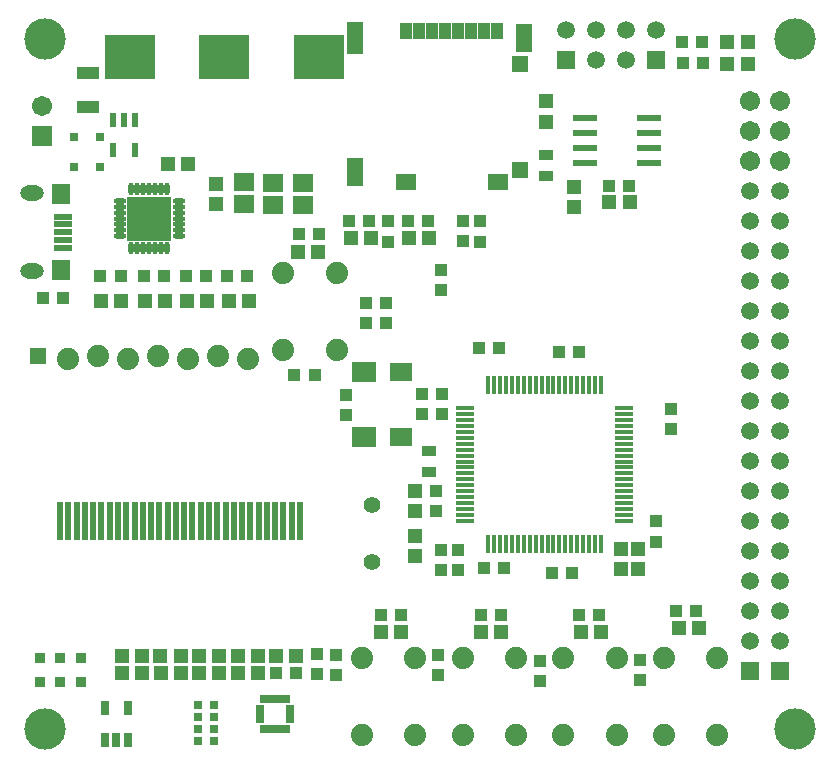
<source format=gbr>
%TF.GenerationSoftware,Novarm,DipTrace,3.2.0.1*%
%TF.CreationDate,2018-09-21T15:33:12-08:00*%
%FSLAX26Y26*%
%MOIN*%
%TF.FileFunction,Soldermask,Top*%
%TF.Part,Single*%
%AMOUTLINE0*
4,1,4,
-0.035433,0.019685,
-0.035433,-0.019685,
0.035433,-0.019685,
0.035433,0.019685,
-0.035433,0.019685,
0*%
%AMOUTLINE1*
4,1,4,
0.026163,0.026163,
0.026205,-0.026121,
-0.026121,-0.026205,
-0.026163,0.026163,
0.026163,0.026163,
0*%
%AMOUTLINE2*
4,1,4,
-0.023622,0.015748,
-0.023622,-0.015748,
0.023622,-0.015748,
0.023622,0.015748,
-0.023622,0.015748,
0*%
%AMOUTLINE3*
4,1,4,
-0.010827,-0.023622,
0.010827,-0.023622,
0.010827,0.023622,
-0.010827,0.023622,
-0.010827,-0.023622,
0*%
%ADD26R,0.03937X0.043307*%
%ADD27R,0.043307X0.03937*%
%ADD33R,0.059055X0.059055*%
%ADD34C,0.059055*%
%ADD45C,0.074*%
%ADD50R,0.062992X0.011811*%
%ADD51R,0.011811X0.062992*%
%ADD62R,0.05937X0.05937*%
%ADD63C,0.05937*%
%ADD64R,0.07874X0.023622*%
%ADD66R,0.074803X0.059055*%
%ADD70C,0.137795*%
%ADD78C,0.056*%
%ADD80R,0.082803X0.067055*%
%ADD88R,0.027685X0.019811*%
%ADD90R,0.019811X0.027685*%
%ADD92R,0.031622X0.051307*%
%ADD94R,0.023748X0.12611*%
%ADD96R,0.145795X0.145795*%
%ADD98O,0.019811X0.041465*%
%ADD100O,0.041465X0.019811*%
%ADD106R,0.037528X0.037528*%
%ADD110R,0.053669X0.057213*%
%ADD112R,0.053669X0.055244*%
%ADD114R,0.067055X0.053276*%
%ADD116R,0.053276X0.094614*%
%ADD118R,0.053276X0.106425*%
%ADD120R,0.039496X0.056819*%
%ADD122O,0.078866X0.051307*%
%ADD124R,0.063118X0.070992*%
%ADD126R,0.06115X0.023748*%
%ADD128C,0.067055*%
%ADD130R,0.067055X0.067055*%
%ADD132R,0.031622X0.031622*%
%ADD134R,0.067055X0.059181*%
%ADD136R,0.051307X0.04737*%
%ADD138R,0.04737X0.051307*%
%ADD140R,0.16548X0.149732*%
%ADD146OUTLINE0*%
%ADD147OUTLINE1*%
%ADD148OUTLINE2*%
%ADD149OUTLINE3*%
G75*
G01*
%LPD*%
D140*
X1406202Y2734324D3*
X1091242D3*
X776281D3*
D26*
X1796824Y1287450D3*
Y1220521D3*
X1749809Y1543843D3*
Y1610772D3*
X1497617Y1541625D3*
Y1608554D3*
D138*
X1728075Y1221827D3*
Y1288756D3*
D26*
X1815427Y1543843D3*
Y1610772D3*
D138*
X1728075Y1137450D3*
Y1070521D3*
D27*
X2006032Y1762570D3*
X1939103D3*
X1956365Y1031257D3*
X2023294D3*
D26*
X2531200Y1118696D3*
Y1185625D3*
D27*
X2249756Y1012649D3*
X2182827D3*
D26*
X2580971Y1493848D3*
Y1560777D3*
D134*
X1156201Y2318701D3*
Y2243898D3*
D27*
X2206011Y1750071D3*
X2272940D3*
D138*
X1062452Y2310630D3*
Y2243701D3*
D134*
X1252987Y2315448D3*
Y2240645D3*
X1352978Y2315448D3*
Y2240645D3*
D136*
X749316Y737225D3*
X816246D3*
X878080D3*
X945009D3*
X1135607D3*
X1202536D3*
X1264370D3*
X1331299D3*
D138*
X2162265Y2518740D3*
Y2585670D3*
D136*
X816625Y680526D3*
X749696D3*
D26*
X1399950Y676772D3*
Y743701D3*
D27*
X1331299Y680969D3*
X1264370D3*
D26*
X1812302Y2025042D3*
Y1958113D3*
D136*
X1135692Y681201D3*
X1202621D3*
X1007110D3*
X1074040D3*
D132*
X676013Y2468746D3*
X589399D3*
X676013Y2368756D3*
X589399D3*
D146*
X637425Y2568735D3*
Y2678971D3*
D130*
X484316Y2471870D3*
D128*
Y2571870D3*
D126*
X554235Y2201133D3*
Y2175542D3*
Y2149952D3*
Y2124361D3*
Y2098771D3*
D124*
X545377Y2275936D3*
Y2023967D3*
D122*
X448999Y2279873D3*
Y2020030D3*
D120*
X1695110Y2820899D3*
X1738418D3*
X1781725D3*
X1825032D3*
X1868339D3*
X1911646D3*
X1954953D3*
X1998260D3*
D118*
X1528181Y2796109D3*
D116*
Y2350046D3*
D114*
X1697473Y2318550D3*
X2003772D3*
D112*
X2075032Y2357132D3*
D110*
Y2711462D3*
D116*
X2090780Y2796109D3*
D147*
X468701Y1737450D3*
D45*
X568701Y1727450D3*
X668701Y1737450D3*
X768701Y1727450D3*
X868701Y1737450D3*
X968701Y1727450D3*
X1068701Y1737450D3*
X1168701Y1727450D3*
D33*
X2843701Y687450D3*
D34*
Y787450D3*
Y887450D3*
Y987450D3*
Y1087450D3*
Y1187450D3*
Y1287450D3*
Y1387450D3*
Y1487450D3*
Y1587450D3*
Y1687450D3*
Y1787450D3*
Y1887450D3*
Y1987450D3*
Y2087450D3*
Y2187450D3*
Y2287450D3*
D128*
Y2387450D3*
Y2487450D3*
Y2587450D3*
D33*
X2943701Y687450D3*
D34*
Y787450D3*
Y887450D3*
Y987450D3*
Y1087450D3*
Y1187450D3*
Y1287450D3*
Y1387450D3*
Y1487450D3*
Y1587450D3*
Y1687450D3*
Y1787450D3*
Y1887450D3*
Y1987450D3*
Y2087450D3*
Y2187450D3*
Y2287450D3*
D128*
Y2387450D3*
Y2487450D3*
Y2587450D3*
D148*
X1771974Y1350042D3*
Y1420908D3*
X2162265Y2337509D3*
Y2408376D3*
D136*
X1106126Y1921928D3*
X1173055D3*
X965516D3*
X1032445D3*
X1337709Y2083452D3*
X1404638D3*
X824906Y1921928D3*
X891835D3*
X681171D3*
X748100D3*
X2605709Y831201D3*
X2672638D3*
X2278625Y818701D3*
X2345554D3*
X1945293D3*
X2012222D3*
X1611960D3*
X1678889D3*
X1705870Y2131374D3*
X1772799D3*
X1512100D3*
X1579029D3*
X2374743Y2250019D3*
X2441672D3*
X2768208Y2709334D3*
X2835137D3*
X2768208Y2784334D3*
X2835137D3*
D26*
X1631201Y1912452D3*
Y1845523D3*
D27*
X1339378Y2143874D3*
X1406307D3*
X1324853Y1675079D3*
X1391782D3*
X487441Y1931302D3*
X554370D3*
D26*
X1887625Y2118873D3*
Y2185802D3*
D138*
X2468483Y1094076D3*
Y1027147D3*
D27*
X821781Y2003170D3*
X888710D3*
X678046D3*
X744975D3*
D136*
X903929Y2375912D3*
X970858D3*
D27*
X1099877Y2003170D3*
X1166806D3*
D138*
X2412239Y1093890D3*
Y1026961D3*
D26*
X1562452Y1912452D3*
Y1845523D3*
D27*
X962391Y2003170D3*
X1029320D3*
X2662452Y887449D3*
X2595523D3*
X2339488Y874949D3*
X2272559D3*
X2012450Y874950D3*
X1945521D3*
X1681066Y874949D3*
X1614137D3*
X1701771Y2187452D3*
X1768700D3*
D26*
X1637450Y2118701D3*
Y2185630D3*
D27*
X1506198Y2187452D3*
X1573128D3*
D26*
X1943538Y2118782D3*
Y2185711D3*
D27*
X2372525Y2304045D3*
X2439454D3*
D26*
X1464774Y739696D3*
Y672767D3*
D136*
X1073772Y737225D3*
X1006843D3*
D26*
X1802310Y739696D3*
Y672767D3*
X2141673Y720944D3*
Y654015D3*
X2475170Y724983D3*
Y658054D3*
X1871067Y1089463D3*
Y1022534D3*
X1814811Y1089463D3*
Y1022534D3*
D27*
X2618467Y2712470D3*
X2685397D3*
X2616250Y2785244D3*
X2683179D3*
D136*
X878530Y681201D3*
X945460D3*
D138*
X2256201Y2233023D3*
Y2299952D3*
D45*
X1287450Y1756201D3*
Y2012201D3*
X1465450Y1756201D3*
Y2012201D3*
X1549950Y474950D3*
Y730950D3*
X1727950Y474950D3*
Y730950D3*
X1885368Y474950D3*
Y730950D3*
X2063368Y474950D3*
Y730950D3*
X2220784Y474950D3*
Y730950D3*
X2398784Y474950D3*
Y730950D3*
X2556201Y474950D3*
Y730950D3*
X2734201Y474950D3*
Y730950D3*
D106*
X474952Y731201D3*
X543701D3*
X612428Y731428D3*
X474942Y650187D3*
X543685D3*
X612428D3*
D50*
X1894685Y1562450D3*
Y1542765D3*
Y1523080D3*
Y1503395D3*
Y1483710D3*
Y1464025D3*
Y1444340D3*
Y1424655D3*
Y1404970D3*
Y1385285D3*
Y1365600D3*
Y1345915D3*
Y1326230D3*
Y1306545D3*
Y1286860D3*
Y1267175D3*
Y1247490D3*
Y1227805D3*
Y1208120D3*
Y1188435D3*
D51*
X1971457Y1111663D3*
X1991142D3*
X2010827D3*
X2030512D3*
X2050197D3*
X2069882D3*
X2089567D3*
X2109252D3*
X2128937D3*
X2148622D3*
X2168307D3*
X2187992D3*
X2207677D3*
X2227362D3*
X2247047D3*
X2266732D3*
X2286418D3*
X2306103D3*
X2325788D3*
X2345473D3*
D50*
X2422244Y1188435D3*
Y1208120D3*
Y1227805D3*
Y1247490D3*
Y1267175D3*
Y1286860D3*
Y1306545D3*
Y1326230D3*
Y1345915D3*
Y1365600D3*
Y1385285D3*
Y1404970D3*
Y1424655D3*
Y1444340D3*
Y1464025D3*
Y1483710D3*
Y1503395D3*
Y1523080D3*
Y1542765D3*
Y1562450D3*
D51*
X2345473Y1639222D3*
X2325788D3*
X2306103D3*
X2286418D3*
X2266732D3*
X2247047D3*
X2227362D3*
X2207677D3*
X2187992D3*
X2168307D3*
X2148622D3*
X2128937D3*
X2109252D3*
X2089567D3*
X2069882D3*
X2050197D3*
X2030512D3*
X2010827D3*
X1991142D3*
X1971457D3*
D149*
X793701Y2524949D3*
X756299D3*
X718898D3*
Y2422579D3*
X793701D3*
D100*
X741831Y2254307D3*
Y2234622D3*
Y2214937D3*
Y2195252D3*
Y2175567D3*
Y2155882D3*
Y2136197D3*
D98*
X781201Y2096827D3*
X800886D3*
X820571D3*
X840256D3*
X859941D3*
X879626D3*
X899311D3*
D100*
X938681Y2136197D3*
Y2155882D3*
Y2175567D3*
Y2195252D3*
Y2214937D3*
Y2234622D3*
Y2254307D3*
D98*
X899311Y2293677D3*
X879626D3*
X859941D3*
X840256D3*
X820571D3*
X800886D3*
X781201D3*
D96*
X840256Y2195252D3*
D94*
X543701Y1187454D3*
X571260D3*
X598819D3*
X626378D3*
X653937D3*
X681496D3*
X709055D3*
X736614D3*
X764173D3*
X791732D3*
X819292D3*
X846851D3*
X874410D3*
X901969D3*
X929528D3*
X957087D3*
X984646D3*
X1012205D3*
X1039764D3*
X1067323D3*
X1094882D3*
X1122441D3*
X1150000D3*
X1177559D3*
X1205118D3*
X1232677D3*
X1260236D3*
X1287795D3*
X1315355D3*
X1342914D3*
D92*
X693670Y456457D3*
X731071D3*
X768473D3*
Y562756D3*
X693670D3*
D90*
X1299950Y593701D3*
X1280265D3*
X1260580D3*
X1240895D3*
X1221210D3*
D88*
X1211368Y564173D3*
Y544488D3*
Y524803D3*
D90*
X1240895Y495276D3*
X1260580D3*
X1280265D3*
X1299950D3*
D88*
X1309793Y524803D3*
Y544488D3*
Y564173D3*
D90*
X1221210Y495276D3*
D62*
X2530977Y2724969D3*
D63*
Y2824969D3*
X2430977Y2724969D3*
Y2824969D3*
X2330977Y2724969D3*
Y2824969D3*
D62*
X2230977Y2724969D3*
D63*
Y2824969D3*
D64*
X2293502Y2531239D3*
Y2481239D3*
Y2431239D3*
Y2381239D3*
X2506100D3*
Y2431239D3*
Y2481239D3*
Y2531239D3*
D132*
X1002314Y453078D3*
X1057432D3*
Y492841D3*
X1002314D3*
Y532605D3*
X1057432D3*
Y572369D3*
X1002314D3*
D66*
X1681066Y1465726D3*
Y1682261D3*
D80*
X1555082D3*
Y1465726D3*
D78*
X1584326Y1049954D3*
Y1239954D3*
D70*
X493701Y493701D3*
X2993701D3*
Y2793701D3*
X493701D3*
M02*

</source>
